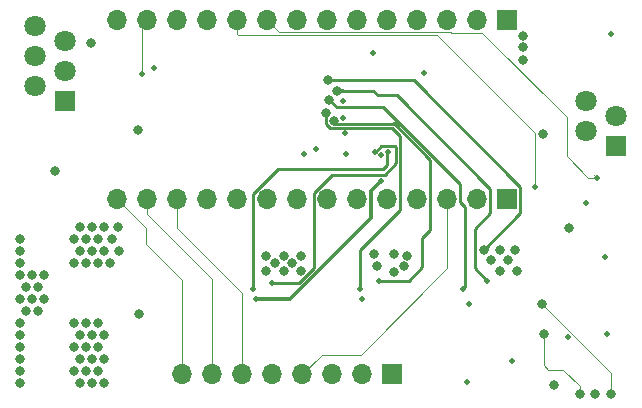
<source format=gbr>
G04 #@! TF.GenerationSoftware,KiCad,Pcbnew,5.1.2-f72e74a~84~ubuntu18.04.1*
G04 #@! TF.CreationDate,2019-09-03T03:08:37+02:00*
G04 #@! TF.ProjectId,board,626f6172-642e-46b6-9963-61645f706362,rev?*
G04 #@! TF.SameCoordinates,Original*
G04 #@! TF.FileFunction,Copper,L2,Inr*
G04 #@! TF.FilePolarity,Positive*
%FSLAX46Y46*%
G04 Gerber Fmt 4.6, Leading zero omitted, Abs format (unit mm)*
G04 Created by KiCad (PCBNEW 5.1.2-f72e74a~84~ubuntu18.04.1) date 2019-09-03 03:08:37*
%MOMM*%
%LPD*%
G04 APERTURE LIST*
%ADD10R,1.700000X1.700000*%
%ADD11O,1.700000X1.700000*%
%ADD12C,1.800000*%
%ADD13R,1.800000X1.800000*%
%ADD14C,0.800000*%
%ADD15C,0.500000*%
%ADD16C,0.100000*%
%ADD17C,0.250000*%
%ADD18C,0.300000*%
G04 APERTURE END LIST*
D10*
X141818000Y-117036000D03*
D11*
X139278000Y-117036000D03*
X136738000Y-117036000D03*
X134198000Y-117036000D03*
X131658000Y-117036000D03*
X129118000Y-117036000D03*
X126578000Y-117036000D03*
X124038000Y-117036000D03*
X121498000Y-117036000D03*
X118958000Y-117036000D03*
X116418000Y-117036000D03*
X113878000Y-117036000D03*
X111338000Y-117036000D03*
X108798000Y-117036000D03*
X108798000Y-101836000D03*
X111338000Y-101836000D03*
X113878000Y-101836000D03*
X116418000Y-101836000D03*
X118958000Y-101836000D03*
X121498000Y-101836000D03*
X124038000Y-101836000D03*
X126578000Y-101836000D03*
X129118000Y-101836000D03*
X131658000Y-101836000D03*
X134198000Y-101836000D03*
X136738000Y-101836000D03*
X139278000Y-101836000D03*
D10*
X141818000Y-101836000D03*
D11*
X114300000Y-131826000D03*
X116840000Y-131826000D03*
X119380000Y-131826000D03*
X121920000Y-131826000D03*
X124460000Y-131826000D03*
X127000000Y-131826000D03*
X129540000Y-131826000D03*
D10*
X132080000Y-131826000D03*
D12*
X101854000Y-102362000D03*
X104394000Y-103632000D03*
D13*
X104394000Y-108712000D03*
D12*
X101854000Y-107442000D03*
X104394000Y-106172000D03*
X101854000Y-104902000D03*
D13*
X151070000Y-112505000D03*
D12*
X148530000Y-111235000D03*
X151070000Y-109965000D03*
X148530000Y-108695000D03*
D14*
X110540800Y-111175800D03*
X103505000Y-114655600D03*
X107188000Y-122428000D03*
X106680000Y-119380000D03*
X106680000Y-121412000D03*
X107188000Y-120396000D03*
X105664000Y-121412000D03*
X105664000Y-119380000D03*
X108204000Y-122428000D03*
X107696000Y-121412000D03*
X108331000Y-120396000D03*
X107696000Y-119380000D03*
X108839000Y-119380000D03*
X108966000Y-121412000D03*
X106172000Y-122428000D03*
X106172000Y-120396000D03*
X105156000Y-120396000D03*
X105156000Y-122428000D03*
X107188000Y-127508000D03*
X107188000Y-129540000D03*
X107696000Y-128524000D03*
X107696000Y-130556000D03*
X107188000Y-131572000D03*
X107696000Y-132588000D03*
X106680000Y-132588000D03*
X105664000Y-132588000D03*
X105156000Y-131572000D03*
X105156000Y-129540000D03*
X105664000Y-130556000D03*
X106172000Y-131572000D03*
X106680000Y-130556000D03*
X106172000Y-129540000D03*
X106680000Y-128524000D03*
X105664000Y-128524000D03*
X106172000Y-127508000D03*
X105156000Y-127508000D03*
D15*
X130492500Y-104648000D03*
X134810500Y-106299000D03*
D14*
X106616500Y-103759000D03*
D15*
X111950500Y-105918000D03*
D14*
X147100000Y-119500000D03*
D15*
X128206500Y-113157000D03*
D14*
X124333000Y-121793000D03*
X124333000Y-123063000D03*
X122936000Y-123063000D03*
X121412000Y-123063000D03*
X121412000Y-121793000D03*
X122174000Y-122428000D03*
X122936000Y-121793000D03*
X123571000Y-122428000D03*
D15*
X128079500Y-111379000D03*
D14*
X133350000Y-121793000D03*
X132207000Y-123190000D03*
X133096000Y-122682000D03*
X130810000Y-122682000D03*
X132207000Y-121666000D03*
X130556000Y-121666000D03*
X141224000Y-123063000D03*
X142621000Y-123063000D03*
X140462000Y-122174000D03*
X141859000Y-122174000D03*
X142494000Y-121285000D03*
X141224000Y-121285000D03*
X139827000Y-121285000D03*
X126619000Y-106934000D03*
D15*
X131699000Y-113030000D03*
X120269000Y-124587000D03*
X130619500Y-113030000D03*
X121920000Y-124079000D03*
X131000500Y-123952000D03*
D14*
X127127000Y-110363000D03*
D15*
X129349500Y-124587000D03*
D14*
X126492000Y-109728000D03*
D15*
X138049000Y-124587000D03*
D14*
X126746000Y-108585000D03*
D15*
X140144500Y-123952000D03*
D14*
X127381000Y-107823000D03*
D15*
X150660100Y-103047800D03*
X125666500Y-112776000D03*
X142240000Y-130683000D03*
X146939000Y-128651000D03*
X148463000Y-117348000D03*
X150241000Y-128397000D03*
D14*
X110617000Y-126746000D03*
X100584000Y-123444000D03*
X101600000Y-123444000D03*
X102616000Y-123444000D03*
X101092000Y-124460000D03*
X102108000Y-124460000D03*
X100584000Y-125476000D03*
X101600000Y-125476000D03*
X102616000Y-125476000D03*
X101092000Y-126492000D03*
X102108000Y-126492000D03*
X100584000Y-127508000D03*
X100584000Y-128524000D03*
X100584000Y-129540000D03*
X100584000Y-130556000D03*
X100584000Y-131572000D03*
X100584000Y-132588000D03*
X100584000Y-122428000D03*
X100584000Y-121412000D03*
X100584000Y-120396000D03*
D15*
X150114000Y-121920000D03*
X110934500Y-106426000D03*
X144208500Y-115951000D03*
X149415500Y-115189000D03*
X124650500Y-113157000D03*
X131127500Y-115443000D03*
X131127500Y-113284000D03*
X120523000Y-125476000D03*
X129565400Y-125450600D03*
X127889000Y-110109000D03*
X138620500Y-125857000D03*
X127952500Y-108712000D03*
D14*
X144780000Y-125857000D03*
X150622000Y-133477000D03*
X149225000Y-133477000D03*
X144907000Y-128397000D03*
X147955000Y-133477000D03*
X145796000Y-132715000D03*
D15*
X138430000Y-132461000D03*
D14*
X143200000Y-105200000D03*
X143200000Y-104150003D03*
X143200000Y-103200000D03*
X144888902Y-111510932D03*
D16*
X126111000Y-130175000D02*
X129413000Y-130175000D01*
X124460000Y-131826000D02*
X126111000Y-130175000D01*
X136738000Y-122850000D02*
X136738000Y-117036000D01*
X129413000Y-130175000D02*
X136738000Y-122850000D01*
D17*
X133911002Y-106934000D02*
X126619000Y-106934000D01*
X142943001Y-115965999D02*
X133911002Y-106934000D01*
X139827000Y-121285000D02*
X142943001Y-118168999D01*
X142943001Y-118168999D02*
X142943001Y-115965999D01*
X120269000Y-116599998D02*
X120269000Y-124587000D01*
X122441998Y-114427000D02*
X120269000Y-116599998D01*
X131635500Y-113030000D02*
X131635500Y-114109500D01*
X131318000Y-114427000D02*
X129794000Y-114427000D01*
X131635500Y-114109500D02*
X131318000Y-114427000D01*
X130302000Y-114427000D02*
X129794000Y-114427000D01*
X129794000Y-114427000D02*
X122441998Y-114427000D01*
X125452999Y-122868003D02*
X124242002Y-124079000D01*
X127013998Y-114935000D02*
X125452999Y-116495999D01*
X131158001Y-112554999D02*
X132366999Y-112554999D01*
X130683000Y-113030000D02*
X131158001Y-112554999D01*
X132366999Y-112554999D02*
X132432991Y-112620991D01*
X132432991Y-112620991D02*
X132432991Y-113947009D01*
X125452999Y-116495999D02*
X125452999Y-122868003D01*
X132432991Y-113947009D02*
X131445000Y-114935000D01*
X124242002Y-124079000D02*
X121920000Y-124079000D01*
X131445000Y-114935000D02*
X127013998Y-114935000D01*
X133477000Y-123952000D02*
X131000500Y-123952000D01*
X134651750Y-122777250D02*
X133477000Y-123952000D01*
X134651750Y-120300750D02*
X134651750Y-122777250D01*
X135323001Y-113719989D02*
X135323001Y-119629499D01*
X135323001Y-119629499D02*
X134651750Y-120300750D01*
X132186009Y-110637991D02*
X132213506Y-110610494D01*
X132213506Y-110610494D02*
X135323001Y-113719989D01*
X127127000Y-110363000D02*
X127127000Y-110490000D01*
X127274991Y-110637991D02*
X128290991Y-110637991D01*
X127127000Y-110490000D02*
X127274991Y-110637991D01*
X128163991Y-110637991D02*
X128290991Y-110637991D01*
X128290991Y-110637991D02*
X132186009Y-110637991D01*
X126492000Y-109728000D02*
X126492000Y-110018002D01*
X126492000Y-110617000D02*
X126492000Y-109728000D01*
X126863001Y-110988001D02*
X126492000Y-110617000D01*
X132096025Y-110988001D02*
X126863001Y-110988001D01*
X129349500Y-121348500D02*
X130238500Y-120459500D01*
X129349500Y-124587000D02*
X129349500Y-121348500D01*
X130238500Y-120459500D02*
X130247502Y-120459500D01*
X132783001Y-117924001D02*
X132783001Y-111674977D01*
X130247502Y-120459500D02*
X132783001Y-117924001D01*
X132783001Y-111674977D02*
X132096025Y-110988001D01*
X138298999Y-124337001D02*
X138049000Y-124587000D01*
X126746000Y-108585000D02*
X127381000Y-109220000D01*
X127381000Y-109220000D02*
X131318000Y-109220000D01*
X138298999Y-117722001D02*
X138298999Y-124337001D01*
X137863001Y-115765001D02*
X137863001Y-117286003D01*
X131318000Y-109220000D02*
X137863001Y-115765001D01*
X137863001Y-117286003D02*
X138298999Y-117722001D01*
X139065000Y-122872500D02*
X140144500Y-123952000D01*
X132461000Y-108204000D02*
X140403001Y-116146001D01*
X140403001Y-116146001D02*
X140403001Y-118168999D01*
X140403001Y-118168999D02*
X139065000Y-119507000D01*
X139065000Y-119507000D02*
X139065000Y-122872500D01*
D18*
X127381000Y-107823000D02*
X127946685Y-107823000D01*
D17*
X130860800Y-108204000D02*
X130479800Y-107823000D01*
X130860800Y-108204000D02*
X132461000Y-108204000D01*
X130479800Y-107823000D02*
X127381000Y-107823000D01*
D16*
X116840000Y-123740081D02*
X116840000Y-130623919D01*
X116840000Y-130623919D02*
X116840000Y-131826000D01*
X111338000Y-118238081D02*
X116840000Y-123740081D01*
X111338000Y-117036000D02*
X111338000Y-118238081D01*
X111260500Y-119498500D02*
X111260500Y-120785500D01*
X111260500Y-119498500D02*
X108798000Y-117036000D01*
X114300000Y-123825000D02*
X114300000Y-124714000D01*
X111260500Y-120785500D02*
X114300000Y-123825000D01*
X114300000Y-131826000D02*
X114300000Y-124714000D01*
X113878000Y-119466000D02*
X113878000Y-119212000D01*
X113878000Y-119212000D02*
X113878000Y-117036000D01*
X119380000Y-124968000D02*
X113878000Y-119466000D01*
X119380000Y-131826000D02*
X119380000Y-124968000D01*
X110934500Y-102239500D02*
X111338000Y-101836000D01*
X110934500Y-106426000D02*
X110934500Y-102239500D01*
X118958000Y-103038081D02*
X118958000Y-101836000D01*
X119055930Y-103136011D02*
X118958000Y-103038081D01*
X135902011Y-103136011D02*
X119055930Y-103136011D01*
X144208500Y-111442500D02*
X135902011Y-103136011D01*
X144208500Y-115951000D02*
X144208500Y-111442500D01*
X149165501Y-114939001D02*
X149415500Y-115189000D01*
X146900000Y-113400000D02*
X148689000Y-115189000D01*
X122548001Y-102886001D02*
X137112501Y-102886001D01*
X148689000Y-115189000D02*
X149415500Y-115189000D01*
X137112501Y-102912501D02*
X139712501Y-102912501D01*
X121498000Y-101836000D02*
X122548001Y-102886001D01*
X137112501Y-102886001D02*
X137112501Y-102912501D01*
X146900000Y-110100000D02*
X146900000Y-113400000D01*
X139712501Y-102912501D02*
X146900000Y-110100000D01*
D18*
X120876553Y-125476000D02*
X120523000Y-125476000D01*
X123446056Y-125476000D02*
X120876553Y-125476000D01*
X130268001Y-118654055D02*
X123446056Y-125476000D01*
X130268001Y-116302499D02*
X130268001Y-118654055D01*
X131127500Y-115443000D02*
X130268001Y-116302499D01*
D16*
X150622000Y-131699000D02*
X150622000Y-133477000D01*
X144780000Y-125857000D02*
X150622000Y-131699000D01*
X144907000Y-128397000D02*
X144907000Y-131064000D01*
X144907000Y-131064000D02*
X145288000Y-131445000D01*
X147955000Y-132842000D02*
X147955000Y-132969000D01*
X145288000Y-131445000D02*
X146558000Y-131445000D01*
X146558000Y-131445000D02*
X147955000Y-132842000D01*
X147955000Y-132969000D02*
X147955000Y-133477000D01*
M02*

</source>
